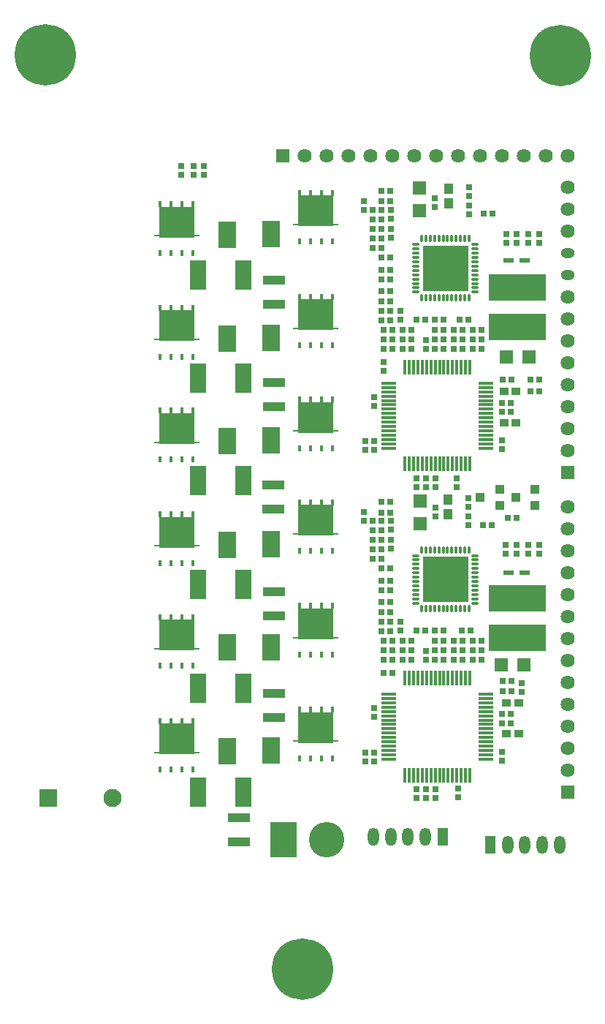
<source format=gbr>
G04 Layer_Color=8388736*
%FSLAX26Y26*%
%MOIN*%
%TF.FileFunction,Soldermask,Top*%
%TF.Part,Single*%
G01*
G75*
%TA.AperFunction,OtherPad,Pad Q6B-9 (4133.366mil,2597.244mil)*%
G04:AMPARAMS|DCode=77|XSize=9.842mil|YSize=21.85mil|CornerRadius=1.968mil|HoleSize=0mil|Usage=FLASHONLY|Rotation=90.000|XOffset=0mil|YOffset=0mil|HoleType=Round|Shape=RoundedRectangle|*
%AMROUNDEDRECTD77*
21,1,0.009842,0.017913,0,0,90.0*
21,1,0.005905,0.021850,0,0,90.0*
1,1,0.003937,0.008957,0.002953*
1,1,0.003937,0.008957,-0.002953*
1,1,0.003937,-0.008957,-0.002953*
1,1,0.003937,-0.008957,0.002953*
%
%ADD77ROUNDEDRECTD77*%
%TA.AperFunction,OtherPad,Pad Q6B-9 (4320.177mil,2597.244mil)*%
G04:AMPARAMS|DCode=78|XSize=9.842mil|YSize=21.85mil|CornerRadius=1.968mil|HoleSize=0mil|Usage=FLASHONLY|Rotation=90.000|XOffset=0mil|YOffset=0mil|HoleType=Round|Shape=RoundedRectangle|*
%AMROUNDEDRECTD78*
21,1,0.009842,0.017913,0,0,90.0*
21,1,0.005905,0.021850,0,0,90.0*
1,1,0.003937,0.008957,0.002953*
1,1,0.003937,0.008957,-0.002953*
1,1,0.003937,-0.008957,-0.002953*
1,1,0.003937,-0.008957,0.002953*
%
%ADD78ROUNDEDRECTD78*%
%TA.AperFunction,OtherPad,Pad Q6B-9 (4226.772mil,2659.449mil)*%
G04:AMPARAMS|DCode=79|XSize=140.945mil|YSize=157.48mil|CornerRadius=2.114mil|HoleSize=0mil|Usage=FLASHONLY|Rotation=90.000|XOffset=0mil|YOffset=0mil|HoleType=Round|Shape=RoundedRectangle|*
%AMROUNDEDRECTD79*
21,1,0.140945,0.153252,0,0,90.0*
21,1,0.136716,0.157480,0,0,90.0*
1,1,0.004228,0.076626,0.068358*
1,1,0.004228,0.076626,-0.068358*
1,1,0.004228,-0.076626,-0.068358*
1,1,0.004228,-0.076626,0.068358*
%
%ADD79ROUNDEDRECTD79*%
%TA.AperFunction,OtherPad,Pad Q6A-9 (4133.366mil,4010.63mil)*%
G04:AMPARAMS|DCode=80|XSize=9.842mil|YSize=21.85mil|CornerRadius=1.968mil|HoleSize=0mil|Usage=FLASHONLY|Rotation=90.000|XOffset=0mil|YOffset=0mil|HoleType=Round|Shape=RoundedRectangle|*
%AMROUNDEDRECTD80*
21,1,0.009842,0.017913,0,0,90.0*
21,1,0.005905,0.021850,0,0,90.0*
1,1,0.003937,0.008957,0.002953*
1,1,0.003937,0.008957,-0.002953*
1,1,0.003937,-0.008957,-0.002953*
1,1,0.003937,-0.008957,0.002953*
%
%ADD80ROUNDEDRECTD80*%
%TA.AperFunction,OtherPad,Pad Q6A-9 (4320.177mil,4010.63mil)*%
G04:AMPARAMS|DCode=81|XSize=9.842mil|YSize=21.85mil|CornerRadius=1.968mil|HoleSize=0mil|Usage=FLASHONLY|Rotation=90.000|XOffset=0mil|YOffset=0mil|HoleType=Round|Shape=RoundedRectangle|*
%AMROUNDEDRECTD81*
21,1,0.009842,0.017913,0,0,90.0*
21,1,0.005905,0.021850,0,0,90.0*
1,1,0.003937,0.008957,0.002953*
1,1,0.003937,0.008957,-0.002953*
1,1,0.003937,-0.008957,-0.002953*
1,1,0.003937,-0.008957,0.002953*
%
%ADD81ROUNDEDRECTD81*%
%TA.AperFunction,OtherPad,Pad Q6A-9 (4226.772mil,4072.835mil)*%
G04:AMPARAMS|DCode=82|XSize=140.945mil|YSize=157.48mil|CornerRadius=2.114mil|HoleSize=0mil|Usage=FLASHONLY|Rotation=90.000|XOffset=0mil|YOffset=0mil|HoleType=Round|Shape=RoundedRectangle|*
%AMROUNDEDRECTD82*
21,1,0.140945,0.153252,0,0,90.0*
21,1,0.136716,0.157480,0,0,90.0*
1,1,0.004228,0.076626,0.068358*
1,1,0.004228,0.076626,-0.068358*
1,1,0.004228,-0.076626,-0.068358*
1,1,0.004228,-0.076626,0.068358*
%
%ADD82ROUNDEDRECTD82*%
%TA.AperFunction,OtherPad,Pad Q5B-9 (4767.224mil,2648.425mil)*%
G04:AMPARAMS|DCode=83|XSize=9.842mil|YSize=21.85mil|CornerRadius=1.968mil|HoleSize=0mil|Usage=FLASHONLY|Rotation=90.000|XOffset=0mil|YOffset=0mil|HoleType=Round|Shape=RoundedRectangle|*
%AMROUNDEDRECTD83*
21,1,0.009842,0.017913,0,0,90.0*
21,1,0.005905,0.021850,0,0,90.0*
1,1,0.003937,0.008957,0.002953*
1,1,0.003937,0.008957,-0.002953*
1,1,0.003937,-0.008957,-0.002953*
1,1,0.003937,-0.008957,0.002953*
%
%ADD83ROUNDEDRECTD83*%
%TA.AperFunction,OtherPad,Pad Q5B-9 (4954.035mil,2648.425mil)*%
G04:AMPARAMS|DCode=84|XSize=9.842mil|YSize=21.85mil|CornerRadius=1.968mil|HoleSize=0mil|Usage=FLASHONLY|Rotation=90.000|XOffset=0mil|YOffset=0mil|HoleType=Round|Shape=RoundedRectangle|*
%AMROUNDEDRECTD84*
21,1,0.009842,0.017913,0,0,90.0*
21,1,0.005905,0.021850,0,0,90.0*
1,1,0.003937,0.008957,0.002953*
1,1,0.003937,0.008957,-0.002953*
1,1,0.003937,-0.008957,-0.002953*
1,1,0.003937,-0.008957,0.002953*
%
%ADD84ROUNDEDRECTD84*%
%TA.AperFunction,OtherPad,Pad Q5B-9 (4860.63mil,2710.63mil)*%
G04:AMPARAMS|DCode=85|XSize=140.945mil|YSize=157.48mil|CornerRadius=2.114mil|HoleSize=0mil|Usage=FLASHONLY|Rotation=90.000|XOffset=0mil|YOffset=0mil|HoleType=Round|Shape=RoundedRectangle|*
%AMROUNDEDRECTD85*
21,1,0.140945,0.153252,0,0,90.0*
21,1,0.136716,0.157480,0,0,90.0*
1,1,0.004228,0.076626,0.068358*
1,1,0.004228,0.076626,-0.068358*
1,1,0.004228,-0.076626,-0.068358*
1,1,0.004228,-0.076626,0.068358*
%
%ADD85ROUNDEDRECTD85*%
%TA.AperFunction,OtherPad,Pad Q5A-9 (4767.224mil,4061.811mil)*%
G04:AMPARAMS|DCode=86|XSize=9.842mil|YSize=21.85mil|CornerRadius=1.968mil|HoleSize=0mil|Usage=FLASHONLY|Rotation=90.000|XOffset=0mil|YOffset=0mil|HoleType=Round|Shape=RoundedRectangle|*
%AMROUNDEDRECTD86*
21,1,0.009842,0.017913,0,0,90.0*
21,1,0.005905,0.021850,0,0,90.0*
1,1,0.003937,0.008957,0.002953*
1,1,0.003937,0.008957,-0.002953*
1,1,0.003937,-0.008957,-0.002953*
1,1,0.003937,-0.008957,0.002953*
%
%ADD86ROUNDEDRECTD86*%
%TA.AperFunction,OtherPad,Pad Q5A-9 (4954.035mil,4061.811mil)*%
G04:AMPARAMS|DCode=87|XSize=9.842mil|YSize=21.85mil|CornerRadius=1.968mil|HoleSize=0mil|Usage=FLASHONLY|Rotation=90.000|XOffset=0mil|YOffset=0mil|HoleType=Round|Shape=RoundedRectangle|*
%AMROUNDEDRECTD87*
21,1,0.009842,0.017913,0,0,90.0*
21,1,0.005905,0.021850,0,0,90.0*
1,1,0.003937,0.008957,0.002953*
1,1,0.003937,0.008957,-0.002953*
1,1,0.003937,-0.008957,-0.002953*
1,1,0.003937,-0.008957,0.002953*
%
%ADD87ROUNDEDRECTD87*%
%TA.AperFunction,OtherPad,Pad Q5A-9 (4860.63mil,4124.016mil)*%
G04:AMPARAMS|DCode=88|XSize=140.945mil|YSize=157.48mil|CornerRadius=2.114mil|HoleSize=0mil|Usage=FLASHONLY|Rotation=90.000|XOffset=0mil|YOffset=0mil|HoleType=Round|Shape=RoundedRectangle|*
%AMROUNDEDRECTD88*
21,1,0.140945,0.153252,0,0,90.0*
21,1,0.136716,0.157480,0,0,90.0*
1,1,0.004228,0.076626,0.068358*
1,1,0.004228,0.076626,-0.068358*
1,1,0.004228,-0.076626,-0.068358*
1,1,0.004228,-0.076626,0.068358*
%
%ADD88ROUNDEDRECTD88*%
%TA.AperFunction,OtherPad,Pad Q4B-9 (4133.366mil,3069.685mil)*%
G04:AMPARAMS|DCode=89|XSize=9.842mil|YSize=21.85mil|CornerRadius=1.968mil|HoleSize=0mil|Usage=FLASHONLY|Rotation=90.000|XOffset=0mil|YOffset=0mil|HoleType=Round|Shape=RoundedRectangle|*
%AMROUNDEDRECTD89*
21,1,0.009842,0.017913,0,0,90.0*
21,1,0.005905,0.021850,0,0,90.0*
1,1,0.003937,0.008957,0.002953*
1,1,0.003937,0.008957,-0.002953*
1,1,0.003937,-0.008957,-0.002953*
1,1,0.003937,-0.008957,0.002953*
%
%ADD89ROUNDEDRECTD89*%
%TA.AperFunction,OtherPad,Pad Q4B-9 (4320.177mil,3069.685mil)*%
G04:AMPARAMS|DCode=90|XSize=9.842mil|YSize=21.85mil|CornerRadius=1.968mil|HoleSize=0mil|Usage=FLASHONLY|Rotation=90.000|XOffset=0mil|YOffset=0mil|HoleType=Round|Shape=RoundedRectangle|*
%AMROUNDEDRECTD90*
21,1,0.009842,0.017913,0,0,90.0*
21,1,0.005905,0.021850,0,0,90.0*
1,1,0.003937,0.008957,0.002953*
1,1,0.003937,0.008957,-0.002953*
1,1,0.003937,-0.008957,-0.002953*
1,1,0.003937,-0.008957,0.002953*
%
%ADD90ROUNDEDRECTD90*%
%TA.AperFunction,OtherPad,Pad Q4B-9 (4226.772mil,3131.89mil)*%
G04:AMPARAMS|DCode=91|XSize=140.945mil|YSize=157.48mil|CornerRadius=2.114mil|HoleSize=0mil|Usage=FLASHONLY|Rotation=90.000|XOffset=0mil|YOffset=0mil|HoleType=Round|Shape=RoundedRectangle|*
%AMROUNDEDRECTD91*
21,1,0.140945,0.153252,0,0,90.0*
21,1,0.136716,0.157480,0,0,90.0*
1,1,0.004228,0.076626,0.068358*
1,1,0.004228,0.076626,-0.068358*
1,1,0.004228,-0.076626,-0.068358*
1,1,0.004228,-0.076626,0.068358*
%
%ADD91ROUNDEDRECTD91*%
%TA.AperFunction,OtherPad,Pad Q4A-9 (4133.366mil,4479.134mil)*%
G04:AMPARAMS|DCode=92|XSize=9.842mil|YSize=21.85mil|CornerRadius=1.968mil|HoleSize=0mil|Usage=FLASHONLY|Rotation=90.000|XOffset=0mil|YOffset=0mil|HoleType=Round|Shape=RoundedRectangle|*
%AMROUNDEDRECTD92*
21,1,0.009842,0.017913,0,0,90.0*
21,1,0.005905,0.021850,0,0,90.0*
1,1,0.003937,0.008957,0.002953*
1,1,0.003937,0.008957,-0.002953*
1,1,0.003937,-0.008957,-0.002953*
1,1,0.003937,-0.008957,0.002953*
%
%ADD92ROUNDEDRECTD92*%
%TA.AperFunction,OtherPad,Pad Q4A-9 (4320.177mil,4479.134mil)*%
G04:AMPARAMS|DCode=93|XSize=9.842mil|YSize=21.85mil|CornerRadius=1.968mil|HoleSize=0mil|Usage=FLASHONLY|Rotation=90.000|XOffset=0mil|YOffset=0mil|HoleType=Round|Shape=RoundedRectangle|*
%AMROUNDEDRECTD93*
21,1,0.009842,0.017913,0,0,90.0*
21,1,0.005905,0.021850,0,0,90.0*
1,1,0.003937,0.008957,0.002953*
1,1,0.003937,0.008957,-0.002953*
1,1,0.003937,-0.008957,-0.002953*
1,1,0.003937,-0.008957,0.002953*
%
%ADD93ROUNDEDRECTD93*%
%TA.AperFunction,OtherPad,Pad Q4A-9 (4226.772mil,4541.339mil)*%
G04:AMPARAMS|DCode=94|XSize=140.945mil|YSize=157.48mil|CornerRadius=2.114mil|HoleSize=0mil|Usage=FLASHONLY|Rotation=90.000|XOffset=0mil|YOffset=0mil|HoleType=Round|Shape=RoundedRectangle|*
%AMROUNDEDRECTD94*
21,1,0.140945,0.153252,0,0,90.0*
21,1,0.136716,0.157480,0,0,90.0*
1,1,0.004228,0.076626,0.068358*
1,1,0.004228,0.076626,-0.068358*
1,1,0.004228,-0.076626,-0.068358*
1,1,0.004228,-0.076626,0.068358*
%
%ADD94ROUNDEDRECTD94*%
%TA.AperFunction,OtherPad,Pad Q3B-9 (4767.224mil,3120.866mil)*%
G04:AMPARAMS|DCode=95|XSize=9.842mil|YSize=21.85mil|CornerRadius=1.968mil|HoleSize=0mil|Usage=FLASHONLY|Rotation=90.000|XOffset=0mil|YOffset=0mil|HoleType=Round|Shape=RoundedRectangle|*
%AMROUNDEDRECTD95*
21,1,0.009842,0.017913,0,0,90.0*
21,1,0.005905,0.021850,0,0,90.0*
1,1,0.003937,0.008957,0.002953*
1,1,0.003937,0.008957,-0.002953*
1,1,0.003937,-0.008957,-0.002953*
1,1,0.003937,-0.008957,0.002953*
%
%ADD95ROUNDEDRECTD95*%
%TA.AperFunction,OtherPad,Pad Q3B-9 (4954.035mil,3120.866mil)*%
G04:AMPARAMS|DCode=96|XSize=9.842mil|YSize=21.85mil|CornerRadius=1.968mil|HoleSize=0mil|Usage=FLASHONLY|Rotation=90.000|XOffset=0mil|YOffset=0mil|HoleType=Round|Shape=RoundedRectangle|*
%AMROUNDEDRECTD96*
21,1,0.009842,0.017913,0,0,90.0*
21,1,0.005905,0.021850,0,0,90.0*
1,1,0.003937,0.008957,0.002953*
1,1,0.003937,0.008957,-0.002953*
1,1,0.003937,-0.008957,-0.002953*
1,1,0.003937,-0.008957,0.002953*
%
%ADD96ROUNDEDRECTD96*%
%TA.AperFunction,OtherPad,Pad Q3B-9 (4860.63mil,3183.071mil)*%
G04:AMPARAMS|DCode=97|XSize=140.945mil|YSize=157.48mil|CornerRadius=2.114mil|HoleSize=0mil|Usage=FLASHONLY|Rotation=90.000|XOffset=0mil|YOffset=0mil|HoleType=Round|Shape=RoundedRectangle|*
%AMROUNDEDRECTD97*
21,1,0.140945,0.153252,0,0,90.0*
21,1,0.136716,0.157480,0,0,90.0*
1,1,0.004228,0.076626,0.068358*
1,1,0.004228,0.076626,-0.068358*
1,1,0.004228,-0.076626,-0.068358*
1,1,0.004228,-0.076626,0.068358*
%
%ADD97ROUNDEDRECTD97*%
%TA.AperFunction,OtherPad,Pad Q3A-9 (4767.224mil,4530.315mil)*%
G04:AMPARAMS|DCode=98|XSize=9.842mil|YSize=21.85mil|CornerRadius=1.968mil|HoleSize=0mil|Usage=FLASHONLY|Rotation=90.000|XOffset=0mil|YOffset=0mil|HoleType=Round|Shape=RoundedRectangle|*
%AMROUNDEDRECTD98*
21,1,0.009842,0.017913,0,0,90.0*
21,1,0.005905,0.021850,0,0,90.0*
1,1,0.003937,0.008957,0.002953*
1,1,0.003937,0.008957,-0.002953*
1,1,0.003937,-0.008957,-0.002953*
1,1,0.003937,-0.008957,0.002953*
%
%ADD98ROUNDEDRECTD98*%
%TA.AperFunction,OtherPad,Pad Q3A-9 (4954.035mil,4530.315mil)*%
G04:AMPARAMS|DCode=99|XSize=9.842mil|YSize=21.85mil|CornerRadius=1.968mil|HoleSize=0mil|Usage=FLASHONLY|Rotation=90.000|XOffset=0mil|YOffset=0mil|HoleType=Round|Shape=RoundedRectangle|*
%AMROUNDEDRECTD99*
21,1,0.009842,0.017913,0,0,90.0*
21,1,0.005905,0.021850,0,0,90.0*
1,1,0.003937,0.008957,0.002953*
1,1,0.003937,0.008957,-0.002953*
1,1,0.003937,-0.008957,-0.002953*
1,1,0.003937,-0.008957,0.002953*
%
%ADD99ROUNDEDRECTD99*%
%TA.AperFunction,OtherPad,Pad Q3A-9 (4860.63mil,4592.52mil)*%
G04:AMPARAMS|DCode=100|XSize=140.945mil|YSize=157.48mil|CornerRadius=2.114mil|HoleSize=0mil|Usage=FLASHONLY|Rotation=90.000|XOffset=0mil|YOffset=0mil|HoleType=Round|Shape=RoundedRectangle|*
%AMROUNDEDRECTD100*
21,1,0.140945,0.153252,0,0,90.0*
21,1,0.136716,0.157480,0,0,90.0*
1,1,0.004228,0.076626,0.068358*
1,1,0.004228,0.076626,-0.068358*
1,1,0.004228,-0.076626,-0.068358*
1,1,0.004228,-0.076626,0.068358*
%
%ADD100ROUNDEDRECTD100*%
%TA.AperFunction,OtherPad,Pad Q2B-9 (4133.366mil,3538.189mil)*%
G04:AMPARAMS|DCode=101|XSize=9.842mil|YSize=21.85mil|CornerRadius=1.968mil|HoleSize=0mil|Usage=FLASHONLY|Rotation=90.000|XOffset=0mil|YOffset=0mil|HoleType=Round|Shape=RoundedRectangle|*
%AMROUNDEDRECTD101*
21,1,0.009842,0.017913,0,0,90.0*
21,1,0.005905,0.021850,0,0,90.0*
1,1,0.003937,0.008957,0.002953*
1,1,0.003937,0.008957,-0.002953*
1,1,0.003937,-0.008957,-0.002953*
1,1,0.003937,-0.008957,0.002953*
%
%ADD101ROUNDEDRECTD101*%
%TA.AperFunction,OtherPad,Pad Q2B-9 (4320.177mil,3538.189mil)*%
G04:AMPARAMS|DCode=102|XSize=9.842mil|YSize=21.85mil|CornerRadius=1.968mil|HoleSize=0mil|Usage=FLASHONLY|Rotation=90.000|XOffset=0mil|YOffset=0mil|HoleType=Round|Shape=RoundedRectangle|*
%AMROUNDEDRECTD102*
21,1,0.009842,0.017913,0,0,90.0*
21,1,0.005905,0.021850,0,0,90.0*
1,1,0.003937,0.008957,0.002953*
1,1,0.003937,0.008957,-0.002953*
1,1,0.003937,-0.008957,-0.002953*
1,1,0.003937,-0.008957,0.002953*
%
%ADD102ROUNDEDRECTD102*%
%TA.AperFunction,OtherPad,Pad Q2B-9 (4226.772mil,3600.394mil)*%
G04:AMPARAMS|DCode=103|XSize=140.945mil|YSize=157.48mil|CornerRadius=2.114mil|HoleSize=0mil|Usage=FLASHONLY|Rotation=90.000|XOffset=0mil|YOffset=0mil|HoleType=Round|Shape=RoundedRectangle|*
%AMROUNDEDRECTD103*
21,1,0.140945,0.153252,0,0,90.0*
21,1,0.136716,0.157480,0,0,90.0*
1,1,0.004228,0.076626,0.068358*
1,1,0.004228,0.076626,-0.068358*
1,1,0.004228,-0.076626,-0.068358*
1,1,0.004228,-0.076626,0.068358*
%
%ADD103ROUNDEDRECTD103*%
%TA.AperFunction,OtherPad,Pad Q2A-9 (4133.366mil,4951.575mil)*%
G04:AMPARAMS|DCode=104|XSize=9.842mil|YSize=21.85mil|CornerRadius=1.968mil|HoleSize=0mil|Usage=FLASHONLY|Rotation=90.000|XOffset=0mil|YOffset=0mil|HoleType=Round|Shape=RoundedRectangle|*
%AMROUNDEDRECTD104*
21,1,0.009842,0.017913,0,0,90.0*
21,1,0.005905,0.021850,0,0,90.0*
1,1,0.003937,0.008957,0.002953*
1,1,0.003937,0.008957,-0.002953*
1,1,0.003937,-0.008957,-0.002953*
1,1,0.003937,-0.008957,0.002953*
%
%ADD104ROUNDEDRECTD104*%
%TA.AperFunction,OtherPad,Pad Q2A-9 (4320.177mil,4951.575mil)*%
G04:AMPARAMS|DCode=105|XSize=9.842mil|YSize=21.85mil|CornerRadius=1.968mil|HoleSize=0mil|Usage=FLASHONLY|Rotation=90.000|XOffset=0mil|YOffset=0mil|HoleType=Round|Shape=RoundedRectangle|*
%AMROUNDEDRECTD105*
21,1,0.009842,0.017913,0,0,90.0*
21,1,0.005905,0.021850,0,0,90.0*
1,1,0.003937,0.008957,0.002953*
1,1,0.003937,0.008957,-0.002953*
1,1,0.003937,-0.008957,-0.002953*
1,1,0.003937,-0.008957,0.002953*
%
%ADD105ROUNDEDRECTD105*%
%TA.AperFunction,OtherPad,Pad Q2A-9 (4226.772mil,5013.779mil)*%
G04:AMPARAMS|DCode=106|XSize=140.945mil|YSize=157.48mil|CornerRadius=2.114mil|HoleSize=0mil|Usage=FLASHONLY|Rotation=90.000|XOffset=0mil|YOffset=0mil|HoleType=Round|Shape=RoundedRectangle|*
%AMROUNDEDRECTD106*
21,1,0.140945,0.153252,0,0,90.0*
21,1,0.136716,0.157480,0,0,90.0*
1,1,0.004228,0.076626,0.068358*
1,1,0.004228,0.076626,-0.068358*
1,1,0.004228,-0.076626,-0.068358*
1,1,0.004228,-0.076626,0.068358*
%
%ADD106ROUNDEDRECTD106*%
%TA.AperFunction,OtherPad,Pad Q1B-9 (4767.224mil,3593.307mil)*%
G04:AMPARAMS|DCode=107|XSize=9.842mil|YSize=21.85mil|CornerRadius=1.968mil|HoleSize=0mil|Usage=FLASHONLY|Rotation=90.000|XOffset=0mil|YOffset=0mil|HoleType=Round|Shape=RoundedRectangle|*
%AMROUNDEDRECTD107*
21,1,0.009842,0.017913,0,0,90.0*
21,1,0.005905,0.021850,0,0,90.0*
1,1,0.003937,0.008957,0.002953*
1,1,0.003937,0.008957,-0.002953*
1,1,0.003937,-0.008957,-0.002953*
1,1,0.003937,-0.008957,0.002953*
%
%ADD107ROUNDEDRECTD107*%
%TA.AperFunction,OtherPad,Pad Q1B-9 (4954.035mil,3593.307mil)*%
G04:AMPARAMS|DCode=108|XSize=9.842mil|YSize=21.85mil|CornerRadius=1.968mil|HoleSize=0mil|Usage=FLASHONLY|Rotation=90.000|XOffset=0mil|YOffset=0mil|HoleType=Round|Shape=RoundedRectangle|*
%AMROUNDEDRECTD108*
21,1,0.009842,0.017913,0,0,90.0*
21,1,0.005905,0.021850,0,0,90.0*
1,1,0.003937,0.008957,0.002953*
1,1,0.003937,0.008957,-0.002953*
1,1,0.003937,-0.008957,-0.002953*
1,1,0.003937,-0.008957,0.002953*
%
%ADD108ROUNDEDRECTD108*%
%TA.AperFunction,OtherPad,Pad Q1B-9 (4860.63mil,3655.512mil)*%
G04:AMPARAMS|DCode=109|XSize=140.945mil|YSize=157.48mil|CornerRadius=2.114mil|HoleSize=0mil|Usage=FLASHONLY|Rotation=90.000|XOffset=0mil|YOffset=0mil|HoleType=Round|Shape=RoundedRectangle|*
%AMROUNDEDRECTD109*
21,1,0.140945,0.153252,0,0,90.0*
21,1,0.136716,0.157480,0,0,90.0*
1,1,0.004228,0.076626,0.068358*
1,1,0.004228,0.076626,-0.068358*
1,1,0.004228,-0.076626,-0.068358*
1,1,0.004228,-0.076626,0.068358*
%
%ADD109ROUNDEDRECTD109*%
%TA.AperFunction,OtherPad,Pad Q1A-9 (4767.224mil,5002.756mil)*%
G04:AMPARAMS|DCode=110|XSize=9.842mil|YSize=21.85mil|CornerRadius=1.968mil|HoleSize=0mil|Usage=FLASHONLY|Rotation=90.000|XOffset=0mil|YOffset=0mil|HoleType=Round|Shape=RoundedRectangle|*
%AMROUNDEDRECTD110*
21,1,0.009842,0.017913,0,0,90.0*
21,1,0.005905,0.021850,0,0,90.0*
1,1,0.003937,0.008957,0.002953*
1,1,0.003937,0.008957,-0.002953*
1,1,0.003937,-0.008957,-0.002953*
1,1,0.003937,-0.008957,0.002953*
%
%ADD110ROUNDEDRECTD110*%
%TA.AperFunction,OtherPad,Pad Q1A-9 (4954.035mil,5002.756mil)*%
G04:AMPARAMS|DCode=111|XSize=9.842mil|YSize=21.85mil|CornerRadius=1.968mil|HoleSize=0mil|Usage=FLASHONLY|Rotation=90.000|XOffset=0mil|YOffset=0mil|HoleType=Round|Shape=RoundedRectangle|*
%AMROUNDEDRECTD111*
21,1,0.009842,0.017913,0,0,90.0*
21,1,0.005905,0.021850,0,0,90.0*
1,1,0.003937,0.008957,0.002953*
1,1,0.003937,0.008957,-0.002953*
1,1,0.003937,-0.008957,-0.002953*
1,1,0.003937,-0.008957,0.002953*
%
%ADD111ROUNDEDRECTD111*%
%TA.AperFunction,OtherPad,Pad Q1A-9 (4860.63mil,5064.961mil)*%
G04:AMPARAMS|DCode=112|XSize=140.945mil|YSize=157.48mil|CornerRadius=2.114mil|HoleSize=0mil|Usage=FLASHONLY|Rotation=90.000|XOffset=0mil|YOffset=0mil|HoleType=Round|Shape=RoundedRectangle|*
%AMROUNDEDRECTD112*
21,1,0.140945,0.153252,0,0,90.0*
21,1,0.136716,0.157480,0,0,90.0*
1,1,0.004228,0.076626,0.068358*
1,1,0.004228,0.076626,-0.068358*
1,1,0.004228,-0.076626,-0.068358*
1,1,0.004228,-0.076626,0.068358*
%
%ADD112ROUNDEDRECTD112*%
%TA.AperFunction,NonConductor*%
%ADD113R,0.007087X0.009843*%
%TA.AperFunction,SMDPad,SMDef*%
G04:AMPARAMS|DCode=114|XSize=29.921mil|YSize=16.142mil|CornerRadius=1.947mil|HoleSize=0mil|Usage=FLASHONLY|Rotation=90.000|XOffset=0mil|YOffset=0mil|HoleType=Round|Shape=RoundedRectangle|*
%AMROUNDEDRECTD114*
21,1,0.029921,0.012248,0,0,90.0*
21,1,0.026028,0.016142,0,0,90.0*
1,1,0.003894,0.006124,0.013014*
1,1,0.003894,0.006124,-0.013014*
1,1,0.003894,-0.006124,-0.013014*
1,1,0.003894,-0.006124,0.013014*
%
%ADD114ROUNDEDRECTD114*%
%TA.AperFunction,SMDPad,CuDef*%
%ADD115R,0.027622X0.027622*%
%ADD116R,0.027622X0.027622*%
%ADD117R,0.102425X0.043370*%
%ADD118R,0.043370X0.041402*%
%ADD119R,0.015811X0.066992*%
%ADD120R,0.066992X0.015811*%
%ADD121R,0.041992X0.035496*%
%ADD122O,0.013842X0.037465*%
%ADD123O,0.037465X0.013842*%
%ADD124R,0.206756X0.206756*%
%ADD125R,0.074866X0.137858*%
%ADD126R,0.043370X0.047307*%
%ADD127R,0.063055X0.063055*%
%ADD128R,0.063055X0.063055*%
%ADD129R,0.051244X0.021716*%
%ADD130R,0.259906X0.122110*%
%TA.AperFunction,ComponentPad*%
%ADD131R,0.082740X0.082740*%
%ADD132C,0.082740*%
%ADD133C,0.064000*%
%ADD134R,0.064000X0.064000*%
%ADD135O,0.064000X0.047307*%
%ADD136R,0.064000X0.064000*%
%ADD137O,0.051244X0.082740*%
%ADD138R,0.051244X0.082740*%
%ADD139C,0.161480*%
%ADD140R,0.122110X0.161480*%
%ADD141R,0.082740X0.122110*%
%TA.AperFunction,ViaPad*%
%ADD142C,0.279591*%
D77*
X4133366Y2597244D02*
D03*
D78*
X4320177D02*
D03*
D79*
X4226772Y2659449D02*
D03*
D80*
X4133366Y4010630D02*
D03*
D81*
X4320177D02*
D03*
D82*
X4226772Y4072835D02*
D03*
D83*
X4767224Y2648425D02*
D03*
D84*
X4954035D02*
D03*
D85*
X4860630Y2710630D02*
D03*
D86*
X4767224Y4061811D02*
D03*
D87*
X4954035D02*
D03*
D88*
X4860630Y4124016D02*
D03*
D89*
X4133366Y3069685D02*
D03*
D90*
X4320177D02*
D03*
D91*
X4226772Y3131890D02*
D03*
D92*
X4133366Y4479134D02*
D03*
D93*
X4320177D02*
D03*
D94*
X4226772Y4541339D02*
D03*
D95*
X4767224Y3120866D02*
D03*
D96*
X4954035D02*
D03*
D97*
X4860630Y3183071D02*
D03*
D98*
X4767224Y4530315D02*
D03*
D99*
X4954035D02*
D03*
D100*
X4860630Y4592520D02*
D03*
D101*
X4133366Y3538189D02*
D03*
D102*
X4320177D02*
D03*
D103*
X4226772Y3600394D02*
D03*
D104*
X4133366Y4951575D02*
D03*
D105*
X4320177D02*
D03*
D106*
X4226772Y5013779D02*
D03*
D107*
X4767224Y3593307D02*
D03*
D108*
X4954035D02*
D03*
D109*
X4860630Y3655512D02*
D03*
D110*
X4767224Y5002756D02*
D03*
D111*
X4954035D02*
D03*
D112*
X4860630Y5064961D02*
D03*
D113*
X4308267Y2597246D02*
D03*
X4145287Y2597246D02*
D03*
X4308267Y4010632D02*
D03*
X4145287Y4010632D02*
D03*
X4942125Y2648427D02*
D03*
X4779145Y2648427D02*
D03*
X4942125Y4061813D02*
D03*
X4779145Y4061813D02*
D03*
X4308267Y3069687D02*
D03*
X4145287Y3069687D02*
D03*
X4308267Y4479136D02*
D03*
X4145287Y4479136D02*
D03*
X4942125Y3120868D02*
D03*
X4779145Y3120868D02*
D03*
X4942125Y4530317D02*
D03*
X4779145Y4530317D02*
D03*
X4308267Y3538191D02*
D03*
X4145287Y3538191D02*
D03*
X4308267Y4951577D02*
D03*
X4145287Y4951577D02*
D03*
X4942125Y3593309D02*
D03*
X4779145Y3593309D02*
D03*
X4942125Y5002758D02*
D03*
X4779145Y5002758D02*
D03*
D114*
X4151772Y2740945D02*
D03*
X4201772D02*
D03*
X4251772D02*
D03*
X4301772D02*
D03*
Y2518898D02*
D03*
X4251772D02*
D03*
X4201772D02*
D03*
X4151772D02*
D03*
Y4154331D02*
D03*
X4201772D02*
D03*
X4251772D02*
D03*
X4301772D02*
D03*
Y3932283D02*
D03*
X4251772D02*
D03*
X4201772D02*
D03*
X4151772D02*
D03*
X4785630Y2792126D02*
D03*
X4835630D02*
D03*
X4885630D02*
D03*
X4935630D02*
D03*
Y2570079D02*
D03*
X4885630D02*
D03*
X4835630D02*
D03*
X4785630D02*
D03*
Y4205512D02*
D03*
X4835630D02*
D03*
X4885630D02*
D03*
X4935630D02*
D03*
Y3983465D02*
D03*
X4885630D02*
D03*
X4835630D02*
D03*
X4785630D02*
D03*
X4151772Y3213386D02*
D03*
X4201772D02*
D03*
X4251772D02*
D03*
X4301772D02*
D03*
Y2991339D02*
D03*
X4251772D02*
D03*
X4201772D02*
D03*
X4151772D02*
D03*
Y4622835D02*
D03*
X4201772D02*
D03*
X4251772D02*
D03*
X4301772D02*
D03*
Y4400787D02*
D03*
X4251772D02*
D03*
X4201772D02*
D03*
X4151772D02*
D03*
X4785630Y3264567D02*
D03*
X4835630D02*
D03*
X4885630D02*
D03*
X4935630D02*
D03*
Y3042520D02*
D03*
X4885630D02*
D03*
X4835630D02*
D03*
X4785630D02*
D03*
Y4674016D02*
D03*
X4835630D02*
D03*
X4885630D02*
D03*
X4935630D02*
D03*
Y4451968D02*
D03*
X4885630D02*
D03*
X4835630D02*
D03*
X4785630D02*
D03*
X4151772Y3681890D02*
D03*
X4201772D02*
D03*
X4251772D02*
D03*
X4301772D02*
D03*
Y3459843D02*
D03*
X4251772D02*
D03*
X4201772D02*
D03*
X4151772D02*
D03*
Y5095275D02*
D03*
X4201772D02*
D03*
X4251772D02*
D03*
X4301772D02*
D03*
Y4873228D02*
D03*
X4251772D02*
D03*
X4201772D02*
D03*
X4151772D02*
D03*
X4785630Y3737008D02*
D03*
X4835630D02*
D03*
X4885630D02*
D03*
X4935630D02*
D03*
Y3514961D02*
D03*
X4885630D02*
D03*
X4835630D02*
D03*
X4785630D02*
D03*
Y5146457D02*
D03*
X4835630D02*
D03*
X4885630D02*
D03*
X4935630D02*
D03*
Y4924409D02*
D03*
X4885630D02*
D03*
X4835630D02*
D03*
X4785630D02*
D03*
D115*
X5735905Y3665354D02*
D03*
X5775905D02*
D03*
X5159528Y3236220D02*
D03*
X5199528D02*
D03*
X5199528Y3281496D02*
D03*
X5159528D02*
D03*
X5199528Y3336614D02*
D03*
X5159528D02*
D03*
X5750709Y2730315D02*
D03*
X5710709D02*
D03*
X5750709Y2773622D02*
D03*
X5710709D02*
D03*
X5199528Y3435039D02*
D03*
X5159528D02*
D03*
X5199528Y3379921D02*
D03*
X5159528D02*
D03*
X5297953Y3106299D02*
D03*
X5257953D02*
D03*
X5211339D02*
D03*
X5171339D02*
D03*
X5199213Y3690945D02*
D03*
X5159213D02*
D03*
X5297953Y3062992D02*
D03*
X5257953D02*
D03*
X5211339D02*
D03*
X5171339D02*
D03*
X5297953Y3019685D02*
D03*
X5257953D02*
D03*
X5211339D02*
D03*
X5171339D02*
D03*
X5576850Y3104330D02*
D03*
X5616850D02*
D03*
X5576850Y3061023D02*
D03*
X5616850D02*
D03*
X5576850Y3017716D02*
D03*
X5616850D02*
D03*
X5530236D02*
D03*
X5490236D02*
D03*
X5530236Y3061023D02*
D03*
X5490236D02*
D03*
X5530236Y3104330D02*
D03*
X5490236D02*
D03*
X5754646Y2921260D02*
D03*
X5714646D02*
D03*
X5360945Y3153543D02*
D03*
X5320945D02*
D03*
X5754646Y2875984D02*
D03*
X5714646D02*
D03*
X5171339Y2960630D02*
D03*
X5211339D02*
D03*
X5443622Y3104330D02*
D03*
X5403622D02*
D03*
X5443622Y3061023D02*
D03*
X5403622D02*
D03*
X5443622Y3017716D02*
D03*
X5403622D02*
D03*
X5443622Y3153543D02*
D03*
X5403622D02*
D03*
X5160158Y3651575D02*
D03*
X5120158D02*
D03*
X5199213Y3738189D02*
D03*
X5159213D02*
D03*
X5199528Y3149606D02*
D03*
X5159528D02*
D03*
X5199528Y3192913D02*
D03*
X5159528D02*
D03*
X5160158Y3564960D02*
D03*
X5120158D02*
D03*
X5160158Y3521653D02*
D03*
X5120158D02*
D03*
X5160158Y3608267D02*
D03*
X5120158D02*
D03*
Y3478346D02*
D03*
X5160158D02*
D03*
X5628032Y5051181D02*
D03*
X5668032D02*
D03*
X5120158Y4895669D02*
D03*
X5160158D02*
D03*
Y5025591D02*
D03*
X5120158D02*
D03*
X5160158Y4938976D02*
D03*
X5120158D02*
D03*
X5160158Y4982283D02*
D03*
X5120158D02*
D03*
X5199528Y4610236D02*
D03*
X5159528D02*
D03*
X5199528Y4566929D02*
D03*
X5159528D02*
D03*
X5199213Y5155512D02*
D03*
X5159213D02*
D03*
X5160158Y5068898D02*
D03*
X5120158D02*
D03*
X5443622Y4570866D02*
D03*
X5403622D02*
D03*
X5443622Y4435039D02*
D03*
X5403622D02*
D03*
X5443622Y4478346D02*
D03*
X5403622D02*
D03*
X5443622Y4521653D02*
D03*
X5403622D02*
D03*
X5754646Y4295275D02*
D03*
X5714646D02*
D03*
X5557795Y4570866D02*
D03*
X5517795D02*
D03*
X5360945D02*
D03*
X5320945D02*
D03*
X5840630Y4244094D02*
D03*
X5880630D02*
D03*
X5840630Y4295275D02*
D03*
X5880630D02*
D03*
X5530236Y4521653D02*
D03*
X5490236D02*
D03*
X5530236Y4478346D02*
D03*
X5490236D02*
D03*
X5530236Y4435039D02*
D03*
X5490236D02*
D03*
X5576850D02*
D03*
X5616850D02*
D03*
X5576850Y4478346D02*
D03*
X5616850D02*
D03*
X5576850Y4521653D02*
D03*
X5616850D02*
D03*
X5211339Y4437008D02*
D03*
X5171339D02*
D03*
X5297953D02*
D03*
X5257953D02*
D03*
X5211339Y4480315D02*
D03*
X5171339D02*
D03*
X5297953D02*
D03*
X5257953D02*
D03*
X5199213Y5108268D02*
D03*
X5159213D02*
D03*
X5211339Y4523622D02*
D03*
X5171339D02*
D03*
X5297953D02*
D03*
X5257953D02*
D03*
X5199528Y4797244D02*
D03*
X5159528D02*
D03*
X5199528Y4852362D02*
D03*
X5159528D02*
D03*
X5750709Y4190945D02*
D03*
X5710709D02*
D03*
X5750709Y4147638D02*
D03*
X5710709D02*
D03*
X5199528Y4753937D02*
D03*
X5159528D02*
D03*
X5199528Y4698819D02*
D03*
X5159528D02*
D03*
X5159528Y4653543D02*
D03*
X5199528D02*
D03*
X5624095Y3633858D02*
D03*
X5664095D02*
D03*
X5565669Y3153543D02*
D03*
X5525669D02*
D03*
D116*
X4248032Y5228032D02*
D03*
Y5268032D02*
D03*
X4303150D02*
D03*
Y5228032D02*
D03*
X4350394D02*
D03*
Y5268032D02*
D03*
X5407874Y3712913D02*
D03*
Y3672913D02*
D03*
X5403937Y5082362D02*
D03*
Y5122362D02*
D03*
X5128346Y2799528D02*
D03*
Y2759528D02*
D03*
Y4216850D02*
D03*
Y4176850D02*
D03*
X5364567Y2389449D02*
D03*
Y2429449D02*
D03*
X5801575Y2873701D02*
D03*
Y2913701D02*
D03*
X5407874Y2389449D02*
D03*
Y2429449D02*
D03*
X5557480Y3756220D02*
D03*
Y3716220D02*
D03*
X5362599Y3058031D02*
D03*
Y3018031D02*
D03*
X5321260Y2389449D02*
D03*
Y2429449D02*
D03*
X5711024Y2560708D02*
D03*
Y2600708D02*
D03*
X5126378Y2597401D02*
D03*
Y2557401D02*
D03*
X5510236Y2391417D02*
D03*
Y2431417D02*
D03*
X5087008Y2597401D02*
D03*
Y2557401D02*
D03*
X5246772Y3191260D02*
D03*
Y3151260D02*
D03*
X5203150Y3525275D02*
D03*
Y3565275D02*
D03*
Y3651890D02*
D03*
Y3611890D02*
D03*
X5080788Y3651260D02*
D03*
Y3691260D02*
D03*
X5730709Y4960945D02*
D03*
Y4920945D02*
D03*
X5777953Y4920630D02*
D03*
Y4960630D02*
D03*
X5080787Y5068583D02*
D03*
Y5108583D02*
D03*
X5203150Y5069212D02*
D03*
Y5029212D02*
D03*
Y4942598D02*
D03*
Y4982598D02*
D03*
X5246772Y4608583D02*
D03*
Y4568583D02*
D03*
X5561417Y5090866D02*
D03*
Y5050866D02*
D03*
X5880315Y4960630D02*
D03*
Y4920630D02*
D03*
X5829134Y4960630D02*
D03*
Y4920630D02*
D03*
X5087008Y4014724D02*
D03*
Y3974724D02*
D03*
X5502362Y3806772D02*
D03*
Y3846772D02*
D03*
X5171654Y4374331D02*
D03*
Y4334331D02*
D03*
X5126378Y4014724D02*
D03*
Y3974724D02*
D03*
X5711024Y3978031D02*
D03*
Y4018031D02*
D03*
X5321260Y3806772D02*
D03*
Y3846772D02*
D03*
X5362598Y4475354D02*
D03*
Y4435354D02*
D03*
X5561417Y5133543D02*
D03*
Y5173543D02*
D03*
X5407874Y3806772D02*
D03*
Y3846772D02*
D03*
X5364567Y3806772D02*
D03*
Y3846772D02*
D03*
X5557480Y3673543D02*
D03*
Y3633543D02*
D03*
X5726772Y3543622D02*
D03*
Y3503622D02*
D03*
X5777953D02*
D03*
Y3543622D02*
D03*
X5880315D02*
D03*
Y3503622D02*
D03*
X5829134Y3543622D02*
D03*
Y3503622D02*
D03*
D117*
X4510236Y2188976D02*
D03*
Y2299213D02*
D03*
X4667717Y3704724D02*
D03*
Y3814961D02*
D03*
X4671654Y2755905D02*
D03*
Y2866142D02*
D03*
Y4173228D02*
D03*
Y4283465D02*
D03*
Y3220472D02*
D03*
Y3330709D02*
D03*
Y4637795D02*
D03*
Y4748031D02*
D03*
D118*
X5861614Y3722441D02*
D03*
X5861614Y3797244D02*
D03*
X5773032Y3759843D02*
D03*
X5700197Y3722441D02*
D03*
X5700197Y3797244D02*
D03*
X5611614Y3759843D02*
D03*
D119*
X5268110Y2494094D02*
D03*
X5287795D02*
D03*
X5307480D02*
D03*
X5327165D02*
D03*
X5346850D02*
D03*
X5366535D02*
D03*
X5386221D02*
D03*
X5405906D02*
D03*
X5425591D02*
D03*
X5445276D02*
D03*
X5464961D02*
D03*
X5484646D02*
D03*
X5504331D02*
D03*
X5524016D02*
D03*
X5543701D02*
D03*
X5563386D02*
D03*
X5268110Y2935039D02*
D03*
X5287795D02*
D03*
X5307480D02*
D03*
X5327165D02*
D03*
X5346850D02*
D03*
X5366535D02*
D03*
X5386221D02*
D03*
X5405906D02*
D03*
X5425591D02*
D03*
X5445276D02*
D03*
X5464961D02*
D03*
X5484646D02*
D03*
X5504331D02*
D03*
X5524016D02*
D03*
X5543701D02*
D03*
X5563386D02*
D03*
X5268110Y3911417D02*
D03*
X5287795D02*
D03*
X5307480D02*
D03*
X5327165D02*
D03*
X5346850D02*
D03*
X5366535D02*
D03*
X5386220D02*
D03*
X5405905D02*
D03*
X5425591D02*
D03*
X5445276D02*
D03*
X5464961D02*
D03*
X5484646D02*
D03*
X5504331D02*
D03*
X5524016D02*
D03*
X5543701D02*
D03*
X5563386D02*
D03*
X5268110Y4352362D02*
D03*
X5287795D02*
D03*
X5307480D02*
D03*
X5327165D02*
D03*
X5346850D02*
D03*
X5366535D02*
D03*
X5386220D02*
D03*
X5405905D02*
D03*
X5425591D02*
D03*
X5445276D02*
D03*
X5464961D02*
D03*
X5484646D02*
D03*
X5504331D02*
D03*
X5524016D02*
D03*
X5543701D02*
D03*
X5563386D02*
D03*
D120*
X5636221Y2566929D02*
D03*
Y2586614D02*
D03*
Y2606299D02*
D03*
Y2625984D02*
D03*
Y2645669D02*
D03*
Y2665354D02*
D03*
Y2685039D02*
D03*
Y2704724D02*
D03*
Y2724409D02*
D03*
Y2744094D02*
D03*
Y2763779D02*
D03*
Y2783464D02*
D03*
Y2803149D02*
D03*
Y2822834D02*
D03*
Y2842519D02*
D03*
Y2862204D02*
D03*
X5195276Y2566929D02*
D03*
Y2586614D02*
D03*
Y2606299D02*
D03*
Y2625984D02*
D03*
Y2645669D02*
D03*
Y2665354D02*
D03*
Y2685039D02*
D03*
Y2704724D02*
D03*
Y2724409D02*
D03*
Y2744094D02*
D03*
Y2763779D02*
D03*
Y2783464D02*
D03*
Y2803149D02*
D03*
Y2822834D02*
D03*
Y2842519D02*
D03*
Y2862204D02*
D03*
X5636220Y3984252D02*
D03*
Y4003937D02*
D03*
Y4023622D02*
D03*
Y4043307D02*
D03*
Y4062992D02*
D03*
Y4082677D02*
D03*
Y4102362D02*
D03*
Y4122047D02*
D03*
Y4141732D02*
D03*
Y4161417D02*
D03*
Y4181102D02*
D03*
Y4200787D02*
D03*
Y4220472D02*
D03*
Y4240157D02*
D03*
Y4259842D02*
D03*
Y4279527D02*
D03*
X5195276Y3984252D02*
D03*
Y4003937D02*
D03*
Y4023622D02*
D03*
Y4043307D02*
D03*
Y4062992D02*
D03*
Y4082677D02*
D03*
Y4102362D02*
D03*
Y4122047D02*
D03*
Y4141732D02*
D03*
Y4161417D02*
D03*
Y4181102D02*
D03*
Y4200787D02*
D03*
Y4220472D02*
D03*
Y4240157D02*
D03*
Y4259842D02*
D03*
Y4279527D02*
D03*
D121*
X5785827Y2822835D02*
D03*
X5730709D02*
D03*
X5785827Y2681102D02*
D03*
X5730709D02*
D03*
X5774016Y4098425D02*
D03*
X5718898D02*
D03*
X5774016Y4244094D02*
D03*
X5718898D02*
D03*
D122*
X5343898Y3520669D02*
D03*
X5363583D02*
D03*
X5402953D02*
D03*
X5383268D02*
D03*
X5481693D02*
D03*
X5521063D02*
D03*
X5422638D02*
D03*
X5462008D02*
D03*
X5560433D02*
D03*
X5540748D02*
D03*
X5442323D02*
D03*
X5501378D02*
D03*
X5343898Y3250984D02*
D03*
X5363583D02*
D03*
X5383268D02*
D03*
X5402953D02*
D03*
X5422638D02*
D03*
X5481693D02*
D03*
X5501378D02*
D03*
X5442323D02*
D03*
X5462008D02*
D03*
X5521063D02*
D03*
X5540748D02*
D03*
X5560433D02*
D03*
X5343898Y4937992D02*
D03*
X5363583D02*
D03*
X5402953D02*
D03*
X5383268D02*
D03*
X5481693D02*
D03*
X5521063D02*
D03*
X5422638D02*
D03*
X5462008D02*
D03*
X5560433D02*
D03*
X5540748D02*
D03*
X5442323D02*
D03*
X5501378D02*
D03*
X5343898Y4668307D02*
D03*
X5363583D02*
D03*
X5383268D02*
D03*
X5402953D02*
D03*
X5422638D02*
D03*
X5481693D02*
D03*
X5501378D02*
D03*
X5442323D02*
D03*
X5462008D02*
D03*
X5521063D02*
D03*
X5540748D02*
D03*
X5560433D02*
D03*
D123*
X5317323Y3454724D02*
D03*
Y3474409D02*
D03*
Y3494094D02*
D03*
Y3415354D02*
D03*
Y3435039D02*
D03*
X5587008Y3494094D02*
D03*
Y3435039D02*
D03*
Y3474409D02*
D03*
Y3454724D02*
D03*
X5317323Y3375984D02*
D03*
Y3395669D02*
D03*
Y3336614D02*
D03*
Y3356299D02*
D03*
Y3277559D02*
D03*
Y3316929D02*
D03*
Y3297244D02*
D03*
X5587008Y3415354D02*
D03*
Y3375984D02*
D03*
Y3395669D02*
D03*
Y3336614D02*
D03*
Y3356299D02*
D03*
Y3277559D02*
D03*
Y3316929D02*
D03*
Y3297244D02*
D03*
X5317323Y4872047D02*
D03*
Y4891732D02*
D03*
Y4911417D02*
D03*
Y4832677D02*
D03*
Y4852362D02*
D03*
X5587008Y4911417D02*
D03*
Y4852362D02*
D03*
Y4891732D02*
D03*
Y4872047D02*
D03*
X5317323Y4793307D02*
D03*
Y4812992D02*
D03*
Y4753937D02*
D03*
Y4773622D02*
D03*
Y4694882D02*
D03*
Y4734252D02*
D03*
Y4714567D02*
D03*
X5587008Y4832677D02*
D03*
Y4793307D02*
D03*
Y4812992D02*
D03*
Y4753937D02*
D03*
Y4773622D02*
D03*
Y4694882D02*
D03*
Y4734252D02*
D03*
Y4714567D02*
D03*
D124*
X5452165Y3385827D02*
D03*
X5452165Y4803150D02*
D03*
D125*
X4325197Y3362205D02*
D03*
X4529921D02*
D03*
X4325197Y2889764D02*
D03*
X4529921D02*
D03*
X4325197Y2417323D02*
D03*
X4529921D02*
D03*
X4325197Y3834646D02*
D03*
X4529921D02*
D03*
X4325197Y4303150D02*
D03*
X4529921D02*
D03*
X4325197Y4771654D02*
D03*
X4529921D02*
D03*
D126*
X5462992Y3683071D02*
D03*
Y3750000D02*
D03*
X5466929Y5100394D02*
D03*
Y5167323D02*
D03*
D127*
X5336693Y3741945D02*
D03*
Y3639945D02*
D03*
X5333071Y5169110D02*
D03*
Y5067110D02*
D03*
D128*
X5832890Y4397638D02*
D03*
X5730890D02*
D03*
X5707268Y2996063D02*
D03*
X5809268D02*
D03*
D129*
X5740551Y4838583D02*
D03*
X5815354D02*
D03*
X5740551Y3417323D02*
D03*
X5815354D02*
D03*
D130*
X5781890Y4535433D02*
D03*
Y4716535D02*
D03*
Y3118110D02*
D03*
Y3299213D02*
D03*
D131*
X3639764Y2389764D02*
D03*
D132*
X3935039D02*
D03*
D133*
X6011811Y4472441D02*
D03*
Y4572441D02*
D03*
Y4072441D02*
D03*
Y4272441D02*
D03*
Y4172441D02*
D03*
Y3972441D02*
D03*
Y4972441D02*
D03*
Y5172441D02*
D03*
Y5072441D02*
D03*
Y4672441D02*
D03*
Y4372441D02*
D03*
Y3615748D02*
D03*
Y3715748D02*
D03*
Y2715748D02*
D03*
Y2615748D02*
D03*
Y2515748D02*
D03*
Y2815748D02*
D03*
Y2915748D02*
D03*
Y3015748D02*
D03*
Y3115748D02*
D03*
Y3215748D02*
D03*
Y3315748D02*
D03*
Y3515748D02*
D03*
Y3415748D02*
D03*
X5911417Y5314961D02*
D03*
X6011417D02*
D03*
X5011417D02*
D03*
X4911417D02*
D03*
X4811417D02*
D03*
X5111417D02*
D03*
X5211417D02*
D03*
X5311417D02*
D03*
X5411417D02*
D03*
X5511417D02*
D03*
X5611417D02*
D03*
X5811417D02*
D03*
X5711417D02*
D03*
D134*
X6011811Y3872441D02*
D03*
Y2415748D02*
D03*
D135*
Y4872441D02*
D03*
Y4772441D02*
D03*
D136*
X4711417Y5314961D02*
D03*
D137*
X5972441Y2177165D02*
D03*
X5893701D02*
D03*
X5814961D02*
D03*
X5736220D02*
D03*
X5124409Y2212598D02*
D03*
X5203150D02*
D03*
X5281890D02*
D03*
X5360630D02*
D03*
D138*
X5657480Y2177165D02*
D03*
X5439370Y2212598D02*
D03*
D139*
X4911811Y2200787D02*
D03*
D140*
X4714961D02*
D03*
D141*
X4657874Y3545276D02*
D03*
X4457087Y3543307D02*
D03*
X4657874Y3076771D02*
D03*
X4457087Y3074803D02*
D03*
X4657874Y2604331D02*
D03*
X4457087Y2602362D02*
D03*
X4657874Y4017716D02*
D03*
X4457087Y4015748D02*
D03*
X4657874Y4486220D02*
D03*
X4457087Y4484252D02*
D03*
X4657874Y4958661D02*
D03*
X4457087Y4956693D02*
D03*
D142*
X3625984Y5775591D02*
D03*
X5976378Y5771654D02*
D03*
X4799213Y1610236D02*
D03*
%TF.MD5,B96160FB1A97E7318D8EDC3D54A11056*%
M02*

</source>
